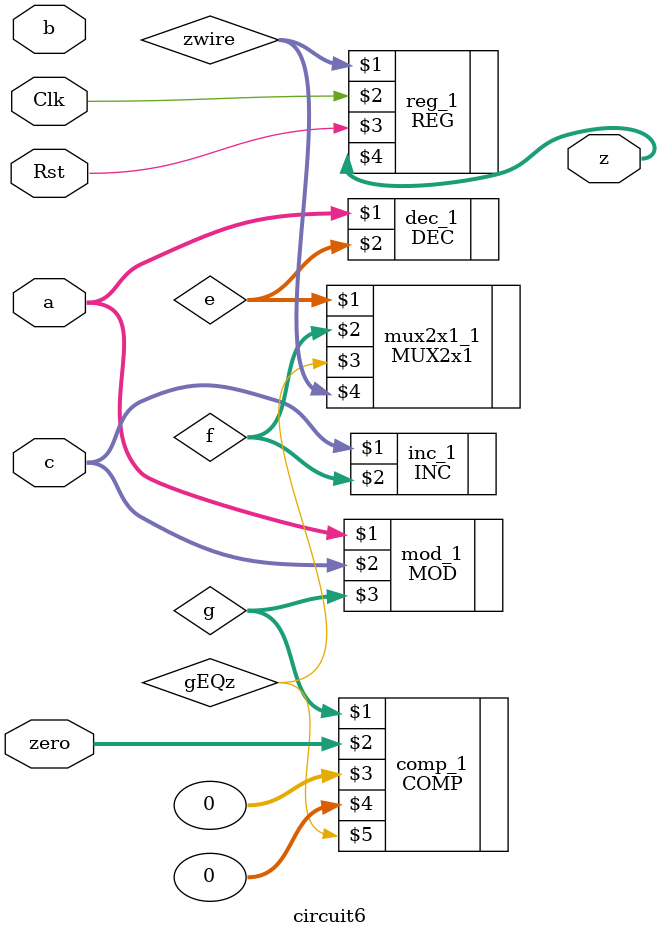
<source format=v>
`timescale 1ns / 1ns


module circuit6(a, b, c, zero,Clk, Rst,z);
input Clk, Rst;
parameter Int64 = 64;
	input [Int64-1:0] a, b, c, zero;
	output [Int64-1:0] z;
	wire [Int64-1:0] e, f, g, zwire;
	wire gEQz;
	
	DEC #(.DATAWIDTH(Int64)) dec_1(a, e); // e = a - 1
	INC #(.DATAWIDTH(Int64)) inc_1(c, f); // f = c + 1   
	MOD #(.DATAWIDTH(Int64)) mod_1(a, c, g); // g = a % c
	COMP #(.DATAWIDTH(Int64)) comp_1(g, zero, 0,0, gEQz); // gEQz = g == zero
	MUX2x1 #(.DATAWIDTH(Int64)) mux2x1_1(e, f, gEQz, zwire); // zwire = gEQz ? e : f 
	REG    #(.DATAWIDTH(Int64)) reg_1(zwire, Clk, Rst, z); // z=zwire
endmodule 
	
	


</source>
